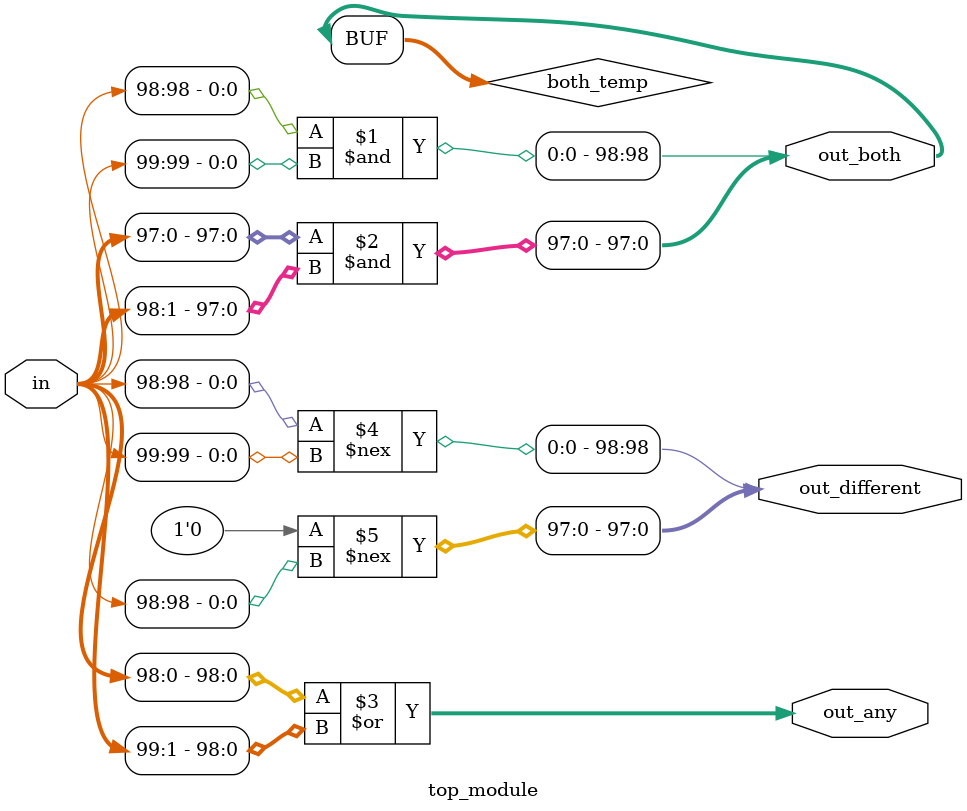
<source format=sv>
module top_module (
    input [99:0] in,
    output [98:0] out_both,
    output [99:1] out_any,
    output [99:0] out_different
);

    // Declare internal wire for out_both
    wire [98:0] both_temp;

    // Calculate out_both
    assign both_temp[98] = in[98] & in[99];
    assign both_temp[97:0] = in[97:0] & in[98:1];
    assign out_both = both_temp;

    // Calculate out_any
    assign out_any[1:99] = in[0:98] | in[1:99];
    assign out_any[0] = in[0];

    // Calculate out_different
    assign out_different[98] = (in[98] !== in[99]);
    assign out_different[97:0] = (in[97:0] !== in[98:0]);

endmodule

</source>
